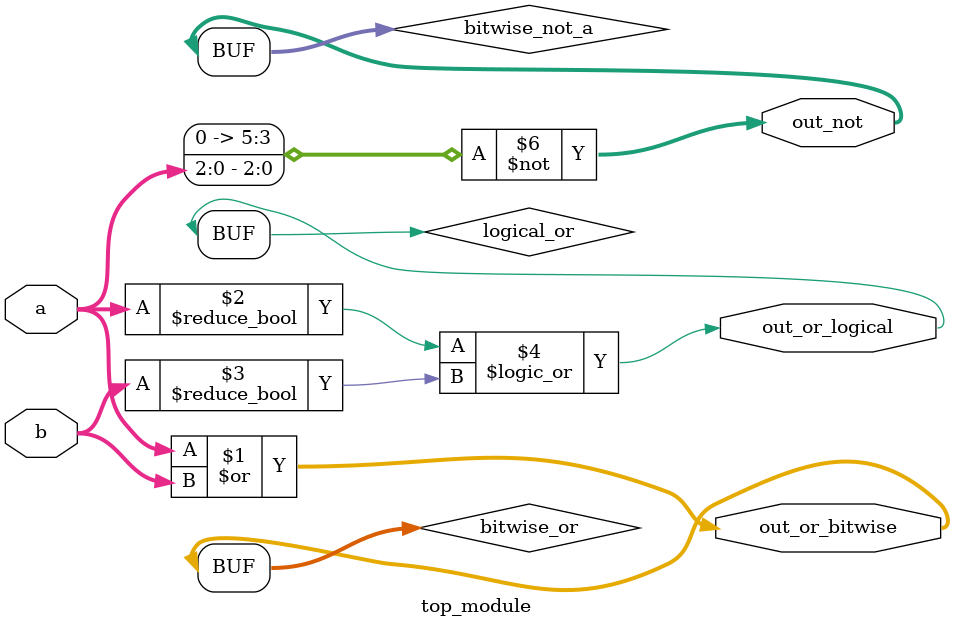
<source format=sv>
module top_module(
  input [2:0] a, 
  input [2:0] b, 
  output [2:0] out_or_bitwise,
  output out_or_logical,
  output [5:0] out_not
);
  wire [2:0] bitwise_or;
  wire logical_or;
  wire [5:0] bitwise_not_a;
  wire [5:0] bitwise_not_b;
  
  assign bitwise_or = a | b;
  assign logical_or = (a != 0) || (b != 0);
  assign bitwise_not_a = ~a;
  assign bitwise_not_b = ~b;
  
  assign out_or_bitwise = bitwise_or;
  assign out_or_logical = logical_or;
  assign out_not = {bitwise_not_b, bitwise_not_a};
  
endmodule

</source>
